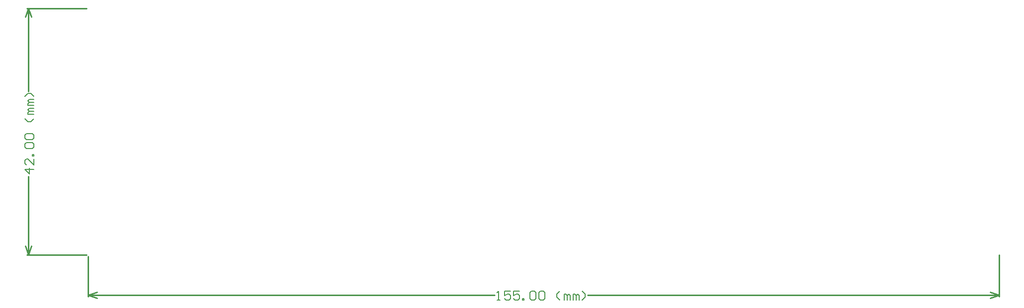
<source format=gm1>
%FSLAX42Y42*%
%MOMM*%
G71*
G01*
G75*
%ADD10C,0.30*%
%ADD11R,0.50X2.80*%
%ADD12R,2.10X1.30*%
%ADD13R,1.80X1.60*%
%ADD14C,0.40*%
%ADD15C,0.60*%
%ADD16C,0.50*%
%ADD17C,0.25*%
%ADD18C,2.00*%
%ADD19R,1.50X1.50*%
%ADD20O,1.40X1.50*%
%ADD21C,1.50*%
%ADD22C,1.40*%
%ADD23C,1.20*%
%ADD24C,0.90*%
%ADD25R,1.60X1.25*%
%ADD26R,1.10X1.00*%
%ADD27R,1.30X1.50*%
%ADD28R,1.00X0.85*%
%ADD29R,1.50X1.30*%
%ADD30R,1.00X0.50*%
%ADD31R,1.50X0.25*%
%ADD32C,0.80*%
%ADD33C,0.20*%
%ADD34R,0.70X3.00*%
%ADD35R,2.30X1.50*%
%ADD36R,2.00X1.80*%
%ADD37C,2.20*%
%ADD38R,1.70X1.70*%
%ADD39O,1.60X1.70*%
%ADD40C,1.70*%
%ADD41C,1.60*%
%ADD42C,1.40*%
%ADD43C,1.10*%
%ADD44R,1.80X1.45*%
%ADD45R,1.30X1.20*%
%ADD46R,1.50X1.70*%
%ADD47R,1.20X1.05*%
%ADD48R,1.70X1.50*%
%ADD49C,0.00*%
%ADD50C,0.15*%
D17*
X-1041Y0D02*
X-25D01*
X-1041Y-4200D02*
X-25D01*
X-1016Y-1414D02*
Y0D01*
Y-4200D02*
Y-2867D01*
X-1067Y-152D02*
X-1016Y0D01*
X-965Y-152D01*
X-1016Y-4200D02*
X-965Y-4048D01*
X-1067D02*
X-1016Y-4200D01*
X15500Y-4911D02*
Y-4200D01*
X0Y-4911D02*
Y-4225D01*
X8499Y-4886D02*
X15500D01*
X0D02*
X6920D01*
X15348Y-4835D02*
X15500Y-4886D01*
X15348Y-4937D02*
X15500Y-4886D01*
X0D02*
X152Y-4937D01*
X0Y-4886D02*
X152Y-4835D01*
D50*
X-925Y-2750D02*
X-1077D01*
X-1001Y-2826D01*
Y-2725D01*
X-925Y-2572D02*
Y-2674D01*
X-1026Y-2572D01*
X-1052D01*
X-1077Y-2598D01*
Y-2648D01*
X-1052Y-2674D01*
X-925Y-2522D02*
X-950D01*
Y-2496D01*
X-925D01*
Y-2522D01*
X-1052Y-2395D02*
X-1077Y-2369D01*
Y-2318D01*
X-1052Y-2293D01*
X-950D01*
X-925Y-2318D01*
Y-2369D01*
X-950Y-2395D01*
X-1052D01*
Y-2242D02*
X-1077Y-2217D01*
Y-2166D01*
X-1052Y-2141D01*
X-950D01*
X-925Y-2166D01*
Y-2217D01*
X-950Y-2242D01*
X-1052D01*
X-925Y-1887D02*
X-975Y-1938D01*
X-1026D01*
X-1077Y-1887D01*
X-925Y-1811D02*
X-1026D01*
Y-1785D01*
X-1001Y-1760D01*
X-925D01*
X-1001D01*
X-1026Y-1734D01*
X-1001Y-1709D01*
X-925D01*
Y-1658D02*
X-1026D01*
Y-1633D01*
X-1001Y-1607D01*
X-925D01*
X-1001D01*
X-1026Y-1582D01*
X-1001Y-1557D01*
X-925D01*
Y-1506D02*
X-975Y-1455D01*
X-1026D01*
X-1077Y-1506D01*
X6960Y-4977D02*
X7011D01*
X6986D01*
Y-4825D01*
X6960Y-4850D01*
X7189Y-4825D02*
X7087D01*
Y-4901D01*
X7138Y-4876D01*
X7163D01*
X7189Y-4901D01*
Y-4952D01*
X7163Y-4977D01*
X7113D01*
X7087Y-4952D01*
X7341Y-4825D02*
X7240D01*
Y-4901D01*
X7290Y-4876D01*
X7316D01*
X7341Y-4901D01*
Y-4952D01*
X7316Y-4977D01*
X7265D01*
X7240Y-4952D01*
X7392Y-4977D02*
Y-4952D01*
X7417D01*
Y-4977D01*
X7392D01*
X7519Y-4850D02*
X7544Y-4825D01*
X7595D01*
X7620Y-4850D01*
Y-4952D01*
X7595Y-4977D01*
X7544D01*
X7519Y-4952D01*
Y-4850D01*
X7671D02*
X7697Y-4825D01*
X7747D01*
X7773Y-4850D01*
Y-4952D01*
X7747Y-4977D01*
X7697D01*
X7671Y-4952D01*
Y-4850D01*
X8027Y-4977D02*
X7976Y-4926D01*
Y-4876D01*
X8027Y-4825D01*
X8103Y-4977D02*
Y-4876D01*
X8128D01*
X8154Y-4901D01*
Y-4977D01*
Y-4901D01*
X8179Y-4876D01*
X8204Y-4901D01*
Y-4977D01*
X8255D02*
Y-4876D01*
X8281D01*
X8306Y-4901D01*
Y-4977D01*
Y-4901D01*
X8331Y-4876D01*
X8357Y-4901D01*
Y-4977D01*
X8408D02*
X8458Y-4926D01*
Y-4876D01*
X8408Y-4825D01*
M02*

</source>
